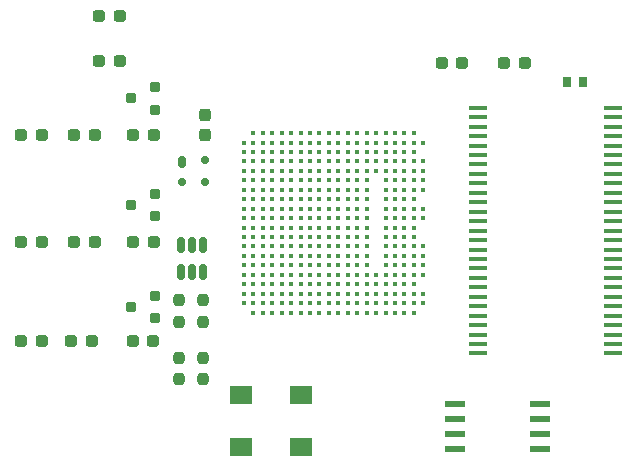
<source format=gbr>
%TF.GenerationSoftware,KiCad,Pcbnew,8.0.1*%
%TF.CreationDate,2024-12-16T22:11:11-05:00*%
%TF.ProjectId,cm,636d2e6b-6963-4616-945f-706362585858,rev?*%
%TF.SameCoordinates,Original*%
%TF.FileFunction,Paste,Top*%
%TF.FilePolarity,Positive*%
%FSLAX46Y46*%
G04 Gerber Fmt 4.6, Leading zero omitted, Abs format (unit mm)*
G04 Created by KiCad (PCBNEW 8.0.1) date 2024-12-16 22:11:11*
%MOMM*%
%LPD*%
G01*
G04 APERTURE LIST*
G04 Aperture macros list*
%AMRoundRect*
0 Rectangle with rounded corners*
0 $1 Rounding radius*
0 $2 $3 $4 $5 $6 $7 $8 $9 X,Y pos of 4 corners*
0 Add a 4 corners polygon primitive as box body*
4,1,4,$2,$3,$4,$5,$6,$7,$8,$9,$2,$3,0*
0 Add four circle primitives for the rounded corners*
1,1,$1+$1,$2,$3*
1,1,$1+$1,$4,$5*
1,1,$1+$1,$6,$7*
1,1,$1+$1,$8,$9*
0 Add four rect primitives between the rounded corners*
20,1,$1+$1,$2,$3,$4,$5,0*
20,1,$1+$1,$4,$5,$6,$7,0*
20,1,$1+$1,$6,$7,$8,$9,0*
20,1,$1+$1,$8,$9,$2,$3,0*%
G04 Aperture macros list end*
%ADD10RoundRect,0.200000X0.250000X0.200000X-0.250000X0.200000X-0.250000X-0.200000X0.250000X-0.200000X0*%
%ADD11RoundRect,0.237500X0.287500X0.237500X-0.287500X0.237500X-0.287500X-0.237500X0.287500X-0.237500X0*%
%ADD12C,0.400000*%
%ADD13RoundRect,0.237500X0.237500X-0.300000X0.237500X0.300000X-0.237500X0.300000X-0.237500X-0.300000X0*%
%ADD14RoundRect,0.072500X0.732500X0.217500X-0.732500X0.217500X-0.732500X-0.217500X0.732500X-0.217500X0*%
%ADD15RoundRect,0.150000X-0.150000X0.512500X-0.150000X-0.512500X0.150000X-0.512500X0.150000X0.512500X0*%
%ADD16RoundRect,0.237500X-0.287500X-0.237500X0.287500X-0.237500X0.287500X0.237500X-0.287500X0.237500X0*%
%ADD17R,1.900000X1.500000*%
%ADD18RoundRect,0.175000X-0.175000X-0.325000X0.175000X-0.325000X0.175000X0.325000X-0.175000X0.325000X0*%
%ADD19RoundRect,0.150000X-0.200000X-0.150000X0.200000X-0.150000X0.200000X0.150000X-0.200000X0.150000X0*%
%ADD20RoundRect,0.237500X0.237500X-0.250000X0.237500X0.250000X-0.237500X0.250000X-0.237500X-0.250000X0*%
%ADD21R,1.510000X0.458000*%
%ADD22RoundRect,0.237500X-0.237500X0.250000X-0.237500X-0.250000X0.237500X-0.250000X0.237500X0.250000X0*%
%ADD23R,0.660400X0.838200*%
G04 APERTURE END LIST*
D10*
%TO.C,Q1*%
X103971600Y-69098200D03*
X103971600Y-67198200D03*
X101971600Y-68148200D03*
%TD*%
D11*
%TO.C,D2*%
X98905000Y-80340200D03*
X97155000Y-80340200D03*
%TD*%
%TO.C,D1*%
X98905000Y-71247000D03*
X97155000Y-71247000D03*
%TD*%
%TO.C,R16*%
X101027200Y-61188600D03*
X99277200Y-61188600D03*
%TD*%
%TO.C,D6*%
X130022600Y-65125600D03*
X128272600Y-65125600D03*
%TD*%
%TO.C,D3*%
X98665000Y-88722200D03*
X96915000Y-88722200D03*
%TD*%
D12*
%TO.C,U9*%
X111520000Y-85490000D03*
X111520000Y-84690000D03*
X111520000Y-83890000D03*
X111520000Y-83090000D03*
X111520000Y-82290000D03*
X111520000Y-81490000D03*
X111520000Y-80690000D03*
X111520000Y-79890000D03*
X111520000Y-79090000D03*
X111520000Y-78290000D03*
X111520000Y-77490000D03*
X111520000Y-76690000D03*
X111520000Y-75890000D03*
X111520000Y-75090000D03*
X111520000Y-74290000D03*
X111520000Y-73490000D03*
X111520000Y-72690000D03*
X111520000Y-71890000D03*
X112320000Y-86290000D03*
X112320000Y-85490000D03*
X112320000Y-84690000D03*
X112320000Y-83890000D03*
X112320000Y-83090000D03*
X112320000Y-82290000D03*
X112320000Y-81490000D03*
X112320000Y-80690000D03*
X112320000Y-79890000D03*
X112320000Y-79090000D03*
X112320000Y-78290000D03*
X112320000Y-77490000D03*
X112320000Y-76690000D03*
X112320000Y-75890000D03*
X112320000Y-75090000D03*
X112320000Y-74290000D03*
X112320000Y-73490000D03*
X112320000Y-72690000D03*
X112320000Y-71890000D03*
X112320000Y-71090000D03*
X113120000Y-86290000D03*
X113120000Y-85490000D03*
X113120000Y-84690000D03*
X113120000Y-83890000D03*
X113120000Y-83090000D03*
X113120000Y-82290000D03*
X113120000Y-81490000D03*
X113120000Y-80690000D03*
X113120000Y-79890000D03*
X113120000Y-79090000D03*
X113120000Y-78290000D03*
X113120000Y-77490000D03*
X113120000Y-76690000D03*
X113120000Y-75890000D03*
X113120000Y-75090000D03*
X113120000Y-74290000D03*
X113120000Y-73490000D03*
X113120000Y-72690000D03*
X113120000Y-71890000D03*
X113120000Y-71090000D03*
X113920000Y-86290000D03*
X113920000Y-85490000D03*
X113920000Y-84690000D03*
X113920000Y-83890000D03*
X113920000Y-83090000D03*
X113920000Y-82290000D03*
X113920000Y-81490000D03*
X113920000Y-80690000D03*
X113920000Y-79890000D03*
X113920000Y-79090000D03*
X113920000Y-78290000D03*
X113920000Y-77490000D03*
X113920000Y-76690000D03*
X113920000Y-75890000D03*
X113920000Y-75090000D03*
X113920000Y-74290000D03*
X113920000Y-73490000D03*
X113920000Y-72690000D03*
X113920000Y-71890000D03*
X113920000Y-71090000D03*
X114720000Y-86290000D03*
X114720000Y-85490000D03*
X114720000Y-84690000D03*
X114720000Y-83890000D03*
X114720000Y-83090000D03*
X114720000Y-82290000D03*
X114720000Y-81490000D03*
X114720000Y-80690000D03*
X114720000Y-79890000D03*
X114720000Y-79090000D03*
X114720000Y-78290000D03*
X114720000Y-77490000D03*
X114720000Y-76690000D03*
X114720000Y-75890000D03*
X114720000Y-75090000D03*
X114720000Y-74290000D03*
X114720000Y-73490000D03*
X114720000Y-72690000D03*
X114720000Y-71890000D03*
X114720000Y-71090000D03*
X115520000Y-86290000D03*
X115520000Y-85490000D03*
X115520000Y-84690000D03*
X115520000Y-83890000D03*
X115520000Y-83090000D03*
X115520000Y-82290000D03*
X115520000Y-81490000D03*
X115520000Y-80690000D03*
X115520000Y-79890000D03*
X115520000Y-79090000D03*
X115520000Y-78290000D03*
X115520000Y-77490000D03*
X115520000Y-76690000D03*
X115520000Y-75890000D03*
X115520000Y-75090000D03*
X115520000Y-74290000D03*
X115520000Y-73490000D03*
X115520000Y-72690000D03*
X115520000Y-71890000D03*
X115520000Y-71090000D03*
X116320000Y-86290000D03*
X116320000Y-85490000D03*
X116320000Y-84690000D03*
X116320000Y-83890000D03*
X116320000Y-83090000D03*
X116320000Y-82290000D03*
X116320000Y-81490000D03*
X116320000Y-80690000D03*
X116320000Y-79890000D03*
X116320000Y-79090000D03*
X116320000Y-78290000D03*
X116320000Y-77490000D03*
X116320000Y-76690000D03*
X116320000Y-75890000D03*
X116320000Y-75090000D03*
X116320000Y-74290000D03*
X116320000Y-73490000D03*
X116320000Y-72690000D03*
X116320000Y-71890000D03*
X116320000Y-71090000D03*
X117120000Y-86290000D03*
X117120000Y-85490000D03*
X117120000Y-84690000D03*
X117120000Y-83890000D03*
X117120000Y-83090000D03*
X117120000Y-82290000D03*
X117120000Y-81490000D03*
X117120000Y-80690000D03*
X117120000Y-79890000D03*
X117120000Y-79090000D03*
X117120000Y-78290000D03*
X117120000Y-77490000D03*
X117120000Y-76690000D03*
X117120000Y-75890000D03*
X117120000Y-75090000D03*
X117120000Y-74290000D03*
X117120000Y-73490000D03*
X117120000Y-72690000D03*
X117120000Y-71890000D03*
X117120000Y-71090000D03*
X117920000Y-86290000D03*
X117920000Y-85490000D03*
X117920000Y-84690000D03*
X117920000Y-83890000D03*
X117920000Y-83090000D03*
X117920000Y-82290000D03*
X117920000Y-81490000D03*
X117920000Y-80690000D03*
X117920000Y-79890000D03*
X117920000Y-79090000D03*
X117920000Y-78290000D03*
X117920000Y-77490000D03*
X117920000Y-76690000D03*
X117920000Y-75890000D03*
X117920000Y-75090000D03*
X117920000Y-74290000D03*
X117920000Y-73490000D03*
X117920000Y-72690000D03*
X117920000Y-71890000D03*
X117920000Y-71090000D03*
X118720000Y-86290000D03*
X118720000Y-85490000D03*
X118720000Y-84690000D03*
X118720000Y-83890000D03*
X118720000Y-83090000D03*
X118720000Y-82290000D03*
X118720000Y-81490000D03*
X118720000Y-80690000D03*
X118720000Y-79890000D03*
X118720000Y-79090000D03*
X118720000Y-78290000D03*
X118720000Y-77490000D03*
X118720000Y-76690000D03*
X118720000Y-75890000D03*
X118720000Y-75090000D03*
X118720000Y-74290000D03*
X118720000Y-73490000D03*
X118720000Y-72690000D03*
X118720000Y-71890000D03*
X118720000Y-71090000D03*
X119520000Y-86290000D03*
X119520000Y-85490000D03*
X119520000Y-84690000D03*
X119520000Y-83890000D03*
X119520000Y-83090000D03*
X119520000Y-82290000D03*
X119520000Y-81490000D03*
X119520000Y-80690000D03*
X119520000Y-79890000D03*
X119520000Y-79090000D03*
X119520000Y-78290000D03*
X119520000Y-77490000D03*
X119520000Y-76690000D03*
X119520000Y-75890000D03*
X119520000Y-75090000D03*
X119520000Y-74290000D03*
X119520000Y-73490000D03*
X119520000Y-72690000D03*
X119520000Y-71890000D03*
X119520000Y-71090000D03*
X120320000Y-86290000D03*
X120320000Y-85490000D03*
X120320000Y-84690000D03*
X120320000Y-83890000D03*
X120320000Y-83090000D03*
X120320000Y-82290000D03*
X120320000Y-81490000D03*
X120320000Y-80690000D03*
X120320000Y-79890000D03*
X120320000Y-79090000D03*
X120320000Y-78290000D03*
X120320000Y-77490000D03*
X120320000Y-76690000D03*
X120320000Y-75890000D03*
X120320000Y-75090000D03*
X120320000Y-74290000D03*
X120320000Y-73490000D03*
X120320000Y-72690000D03*
X120320000Y-71890000D03*
X120320000Y-71090000D03*
X121120000Y-86290000D03*
X121120000Y-85490000D03*
X121120000Y-84690000D03*
X121120000Y-83890000D03*
X121120000Y-83090000D03*
X121120000Y-82290000D03*
X121120000Y-81490000D03*
X121120000Y-80690000D03*
X121120000Y-79890000D03*
X121120000Y-79090000D03*
X121120000Y-78290000D03*
X121120000Y-77490000D03*
X121120000Y-76690000D03*
X121120000Y-75890000D03*
X121120000Y-75090000D03*
X121120000Y-74290000D03*
X121120000Y-73490000D03*
X121120000Y-72690000D03*
X121120000Y-71890000D03*
X121120000Y-71090000D03*
X121920000Y-86290000D03*
X121920000Y-85490000D03*
X121920000Y-84690000D03*
X121920000Y-83890000D03*
X121920000Y-83090000D03*
X121920000Y-82290000D03*
X121920000Y-81490000D03*
X121920000Y-80690000D03*
X121920000Y-79890000D03*
X121920000Y-79090000D03*
X121920000Y-78290000D03*
X121920000Y-77490000D03*
X121920000Y-76690000D03*
X121920000Y-75890000D03*
X121920000Y-75090000D03*
X121920000Y-74290000D03*
X121920000Y-73490000D03*
X121920000Y-72690000D03*
X121920000Y-71890000D03*
X121920000Y-71090000D03*
X122720000Y-86290000D03*
X122720000Y-85490000D03*
X122720000Y-84690000D03*
X122720000Y-83890000D03*
X122720000Y-83090000D03*
X122720000Y-74290000D03*
X122720000Y-73490000D03*
X122720000Y-72690000D03*
X122720000Y-71890000D03*
X122720000Y-71090000D03*
X123520000Y-86290000D03*
X123520000Y-85490000D03*
X123520000Y-84690000D03*
X123520000Y-83890000D03*
X123520000Y-83090000D03*
X123520000Y-82290000D03*
X123520000Y-81490000D03*
X123520000Y-80690000D03*
X123520000Y-79890000D03*
X123520000Y-79090000D03*
X123520000Y-78290000D03*
X123520000Y-77490000D03*
X123520000Y-76690000D03*
X123520000Y-75890000D03*
X123520000Y-75090000D03*
X123520000Y-74290000D03*
X123520000Y-73490000D03*
X123520000Y-72690000D03*
X123520000Y-71890000D03*
X123520000Y-71090000D03*
X124320000Y-86290000D03*
X124320000Y-85490000D03*
X124320000Y-84690000D03*
X124320000Y-83890000D03*
X124320000Y-83090000D03*
X124320000Y-82290000D03*
X124320000Y-81490000D03*
X124320000Y-80690000D03*
X124320000Y-79890000D03*
X124320000Y-79090000D03*
X124320000Y-78290000D03*
X124320000Y-77490000D03*
X124320000Y-76690000D03*
X124320000Y-75890000D03*
X124320000Y-75090000D03*
X124320000Y-74290000D03*
X124320000Y-73490000D03*
X124320000Y-72690000D03*
X124320000Y-71890000D03*
X124320000Y-71090000D03*
X125120000Y-86290000D03*
X125120000Y-85490000D03*
X125120000Y-84690000D03*
X125120000Y-83890000D03*
X125120000Y-83090000D03*
X125120000Y-82290000D03*
X125120000Y-81490000D03*
X125120000Y-80690000D03*
X125120000Y-79890000D03*
X125120000Y-79090000D03*
X125120000Y-78290000D03*
X125120000Y-77490000D03*
X125120000Y-76690000D03*
X125120000Y-75890000D03*
X125120000Y-75090000D03*
X125120000Y-74290000D03*
X125120000Y-73490000D03*
X125120000Y-72690000D03*
X125120000Y-71890000D03*
X125120000Y-71090000D03*
X125920000Y-86290000D03*
X125920000Y-85490000D03*
X125920000Y-84690000D03*
X125920000Y-83890000D03*
X125920000Y-83090000D03*
X125920000Y-82290000D03*
X125920000Y-81490000D03*
X125920000Y-80690000D03*
X125920000Y-79890000D03*
X125920000Y-79090000D03*
X125920000Y-78290000D03*
X125920000Y-77490000D03*
X125920000Y-76690000D03*
X125920000Y-75890000D03*
X125920000Y-75090000D03*
X125920000Y-74290000D03*
X125920000Y-73490000D03*
X125920000Y-72690000D03*
X125920000Y-71890000D03*
X125920000Y-71090000D03*
X126720000Y-85490000D03*
X126720000Y-84690000D03*
X126720000Y-83090000D03*
X126720000Y-82290000D03*
X126720000Y-81490000D03*
X126720000Y-80690000D03*
X126720000Y-78290000D03*
X126720000Y-77490000D03*
X126720000Y-75890000D03*
X126720000Y-75090000D03*
X126720000Y-74290000D03*
X126720000Y-73490000D03*
X126720000Y-71890000D03*
%TD*%
D13*
%TO.C,C11*%
X108229400Y-71271300D03*
X108229400Y-69546300D03*
%TD*%
D11*
%TO.C,R10*%
X94434600Y-80340200D03*
X92684600Y-80340200D03*
%TD*%
D14*
%TO.C,U11*%
X136590000Y-97870000D03*
X136590000Y-96600000D03*
X136590000Y-95330000D03*
X136590000Y-94060000D03*
X129380000Y-94060000D03*
X129380000Y-95330000D03*
X129380000Y-96600000D03*
X129380000Y-97870000D03*
%TD*%
D10*
%TO.C,Q3*%
X103971600Y-86751200D03*
X103971600Y-84851200D03*
X101971600Y-85801200D03*
%TD*%
D15*
%TO.C,U8*%
X108061800Y-80599700D03*
X107111800Y-80599700D03*
X106161800Y-80599700D03*
X106161800Y-82874700D03*
X107111800Y-82874700D03*
X108061800Y-82874700D03*
%TD*%
D16*
%TO.C,D4*%
X99277200Y-64947800D03*
X101027200Y-64947800D03*
%TD*%
D17*
%TO.C,Y1*%
X111277400Y-97668800D03*
X116357400Y-97668800D03*
X116357400Y-93268800D03*
X111277400Y-93268800D03*
%TD*%
D11*
%TO.C,R9*%
X103886000Y-80340200D03*
X102136000Y-80340200D03*
%TD*%
%TO.C,R14*%
X103846600Y-88722200D03*
X102096600Y-88722200D03*
%TD*%
D18*
%TO.C,U7*%
X106264200Y-73545000D03*
D19*
X106264200Y-75245000D03*
X108264200Y-75245000D03*
X108264200Y-73345000D03*
%TD*%
D16*
%TO.C,D5*%
X133567200Y-65125600D03*
X135317200Y-65125600D03*
%TD*%
D11*
%TO.C,R4*%
X103886000Y-71247000D03*
X102136000Y-71247000D03*
%TD*%
D20*
%TO.C,R18*%
X108026200Y-91920700D03*
X108026200Y-90095700D03*
%TD*%
D10*
%TO.C,Q2*%
X103971600Y-78115200D03*
X103971600Y-76215200D03*
X101971600Y-77165200D03*
%TD*%
D21*
%TO.C,U10*%
X142808400Y-89749600D03*
X142808400Y-88949600D03*
X142808400Y-88149600D03*
X142808400Y-87349600D03*
X142808400Y-86549600D03*
X142808400Y-85749600D03*
X142808400Y-84949600D03*
X142808400Y-84149600D03*
X142808400Y-83349600D03*
X142808400Y-82549600D03*
X142808400Y-81749600D03*
X142808400Y-80949600D03*
X142808400Y-80149600D03*
X142808400Y-79349600D03*
X142808400Y-78549600D03*
X142808400Y-77749600D03*
X142808400Y-76949600D03*
X142808400Y-76149600D03*
X142808400Y-75349600D03*
X142808400Y-74549600D03*
X142808400Y-73749600D03*
X142808400Y-72949600D03*
X142808400Y-72149600D03*
X142808400Y-71349600D03*
X142808400Y-70549600D03*
X142808400Y-69749600D03*
X142808400Y-68949600D03*
X131308400Y-68949600D03*
X131308400Y-69749600D03*
X131308400Y-70549600D03*
X131308400Y-71349600D03*
X131308400Y-72149600D03*
X131308400Y-72949600D03*
X131308400Y-73749600D03*
X131308400Y-74549600D03*
X131308400Y-75349600D03*
X131308400Y-76149600D03*
X131308400Y-76949600D03*
X131308400Y-77749600D03*
X131308400Y-78549600D03*
X131308400Y-79349600D03*
X131308400Y-80149600D03*
X131308400Y-80949600D03*
X131308400Y-81749600D03*
X131308400Y-82549600D03*
X131308400Y-83349600D03*
X131308400Y-84149600D03*
X131308400Y-84949600D03*
X131308400Y-85749600D03*
X131308400Y-86549600D03*
X131308400Y-87349600D03*
X131308400Y-88149600D03*
X131308400Y-88949600D03*
X131308400Y-89749600D03*
%TD*%
D11*
%TO.C,R15*%
X94434600Y-88722200D03*
X92684600Y-88722200D03*
%TD*%
D22*
%TO.C,R17*%
X106019600Y-90095700D03*
X106019600Y-91920700D03*
%TD*%
D20*
%TO.C,R19*%
X108026200Y-87043900D03*
X108026200Y-85218900D03*
%TD*%
D11*
%TO.C,R5*%
X94434600Y-71247000D03*
X92684600Y-71247000D03*
%TD*%
D23*
%TO.C,C17*%
X140195300Y-66725800D03*
X138849100Y-66725800D03*
%TD*%
D20*
%TO.C,R20*%
X106019600Y-87043900D03*
X106019600Y-85218900D03*
%TD*%
M02*

</source>
